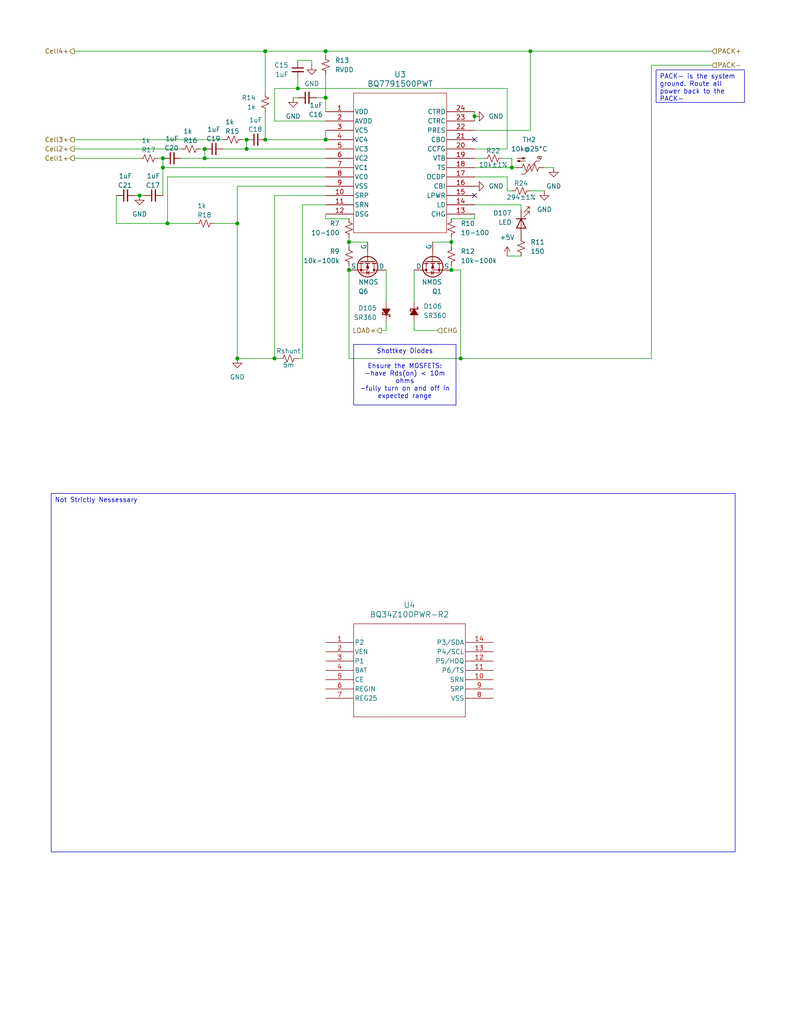
<source format=kicad_sch>
(kicad_sch (version 20231120) (generator "eeschema") (generator_version "8.0")
  (paper "USLetter" portrait)
  (title_block (rev "0"))
  (lib_symbols
    (symbol "BQ34Z100:BQ34Z100PWR-R2" (pin_names (offset 0.254))
      (property "Reference" "U" (at 22.86 10.16 0))
      (property "Value" "BQ34Z100PWR-R2" (at 22.86 7.62 0))
      (symbol "BQ34Z100PWR-R2_0_1"
        (polyline (pts (xy 7.62 -20.32) (xy 38.1 -20.32)) (stroke (width 0.127)))
        (polyline (pts (xy 7.62 5.08) (xy 7.62 -20.32)) (stroke (width 0.127)))
        (polyline (pts (xy 38.1 -20.32) (xy 38.1 5.08)) (stroke (width 0.127)))
        (polyline (pts (xy 38.1 5.08) (xy 7.62 5.08)) (stroke (width 0.127)))
        (pin output line (at 0 0 0) (length 7.62) (name "P2") (number "1"))
        (pin input line (at 45.72 -10.16 180) (length 7.62) (name "SRN") (number "10"))
        (pin input line (at 45.72 -7.62 180) (length 7.62) (name "P6/TS") (number "11"))
        (pin bidirectional line (at 45.72 -5.08 180) (length 7.62) (name "P5/HDQ") (number "12"))
        (pin input line (at 45.72 -2.54 180) (length 7.62) (name "P4/SCL") (number "13"))
        (pin bidirectional line (at 45.72 0 180) (length 7.62) (name "P3/SDA") (number "14"))
        (pin output line (at 0 -2.54 0) (length 7.62) (name "VEN") (number "2"))
        (pin output line (at 0 -5.08 0) (length 7.62) (name "P1") (number "3"))
        (pin input line (at 0 -7.62 0) (length 7.62) (name "BAT") (number "4"))
        (pin input line (at 0 -10.16 0) (length 7.62) (name "CE") (number "5"))
        (pin power_in line (at 0 -12.7 0) (length 7.62) (name "REGIN") (number "6"))
        (pin power_in line (at 0 -15.24 0) (length 7.62) (name "REG25") (number "7"))
        (pin power_in line (at 45.72 -15.24 180) (length 7.62) (name "VSS") (number "8"))
        (pin input line (at 45.72 -12.7 180) (length 7.62) (name "SRP") (number "9"))
      )
    )
    (symbol "BQ77915:BQ7791500PWT" (pin_names (offset 0.254))
      (property "Reference" "U" (at 20.32 10.16 0))
      (property "Value" "BQ7791500PWT" (at 20.32 7.62 0))
      (symbol "BQ7791500PWT_0_1"
        (polyline (pts (xy 7.62 -33.02) (xy 33.02 -33.02)) (stroke (width 0.127)))
        (polyline (pts (xy 7.62 5.08) (xy 7.62 -33.02)) (stroke (width 0.127)))
        (polyline (pts (xy 33.02 -33.02) (xy 33.02 5.08)) (stroke (width 0.127)))
        (polyline (pts (xy 33.02 5.08) (xy 7.62 5.08)) (stroke (width 0.127)))
        (pin power_in line (at 0 0 0) (length 7.62) (name "VDD") (number "1"))
        (pin input line (at 0 -22.86 0) (length 7.62) (name "SRP") (number "10"))
        (pin input line (at 0 -25.4 0) (length 7.62) (name "SRN") (number "11"))
        (pin output line (at 0 -27.94 0) (length 7.62) (name "DSG") (number "12"))
        (pin output line (at 40.64 -27.94 180) (length 7.62) (name "CHG") (number "13"))
        (pin input line (at 40.64 -25.4 180) (length 7.62) (name "LD") (number "14"))
        (pin output line (at 40.64 -22.86 180) (length 7.62) (name "LPWR") (number "15"))
        (pin input line (at 40.64 -20.32 180) (length 7.62) (name "CBI") (number "16"))
        (pin input line (at 40.64 -17.78 180) (length 7.62) (name "OCDP") (number "17"))
        (pin input line (at 40.64 -15.24 180) (length 7.62) (name "TS") (number "18"))
        (pin output line (at 40.64 -12.7 180) (length 7.62) (name "VTB") (number "19"))
        (pin power_in line (at 0 -2.54 0) (length 7.62) (name "AVDD") (number "2"))
        (pin input line (at 40.64 -10.16 180) (length 7.62) (name "CCFG") (number "20"))
        (pin output line (at 40.64 -7.62 180) (length 7.62) (name "CBO") (number "21"))
        (pin input line (at 40.64 -5.08 180) (length 7.62) (name "PRES") (number "22"))
        (pin input line (at 40.64 -2.54 180) (length 7.62) (name "CTRC") (number "23"))
        (pin input line (at 40.64 0 180) (length 7.62) (name "CTRD") (number "24"))
        (pin input line (at 0 -5.08 0) (length 7.62) (name "VC5") (number "3"))
        (pin input line (at 0 -7.62 0) (length 7.62) (name "VC4") (number "4"))
        (pin input line (at 0 -10.16 0) (length 7.62) (name "VC3") (number "5"))
        (pin input line (at 0 -12.7 0) (length 7.62) (name "VC2") (number "6"))
        (pin input line (at 0 -15.24 0) (length 7.62) (name "VC1") (number "7"))
        (pin input line (at 0 -17.78 0) (length 7.62) (name "VC0") (number "8"))
        (pin power_in line (at 0 -20.32 0) (length 7.62) (name "VSS") (number "9"))
      )
    )
    (symbol "Device:C_Small" (pin_numbers hide) (pin_names (offset 0.254) hide)
      (property "Reference" "C" (at 0.254 1.778 0))
      (property "Value" "C_Small" (at 0.254 -2.032 0))
      (symbol "C_Small_0_1"
        (polyline (pts (xy -1.524 -0.508) (xy 1.524 -0.508)) (stroke (width 0.3302)))
        (polyline (pts (xy -1.524 0.508) (xy 1.524 0.508)) (stroke (width 0.3048)))
      )
      (symbol "C_Small_1_1"
        (pin passive line (at 0 2.54 270) (length 2.032) (name "~") (number "1"))
        (pin passive line (at 0 -2.54 90) (length 2.032) (name "~") (number "2"))
      )
    )
    (symbol "Device:D_Schottky_Small_Filled" (pin_numbers hide) (pin_names (offset 0.254) hide)
      (property "Reference" "D" (at -1.27 2.032 0))
      (property "Value" "D_Schottky_Small_Filled" (at -7.112 -2.032 0))
      (symbol "D_Schottky_Small_Filled_0_1"
        (polyline (pts (xy -0.762 0) (xy 0.762 0)))
        (polyline (pts (xy 0.762 -1.016) (xy -0.762 0) (xy 0.762 1.016) (xy 0.762 -1.016)) (stroke (width 0.254)) (fill (type outline)))
        (polyline (pts (xy -1.27 0.762) (xy -1.27 1.016) (xy -0.762 1.016) (xy -0.762 -1.016) (xy -0.254 -1.016) (xy -0.254 -0.762)) (stroke (width 0.254)))
      )
      (symbol "D_Schottky_Small_Filled_1_1"
        (pin passive line (at -2.54 0 0) (length 1.778) (name "K") (number "1"))
        (pin passive line (at 2.54 0 180) (length 1.778) (name "A") (number "2"))
      )
    )
    (symbol "Device:LED" (pin_numbers hide) (pin_names (offset 1.016) hide)
      (property "Reference" "D" (at 0 2.54 0))
      (property "Value" "LED" (at 0 -2.54 0))
      (symbol "LED_0_1"
        (polyline (pts (xy -1.27 -1.27) (xy -1.27 1.27)) (stroke (width 0.254)))
        (polyline (pts (xy -1.27 0) (xy 1.27 0)))
        (polyline (pts (xy 1.27 -1.27) (xy 1.27 1.27) (xy -1.27 0) (xy 1.27 -1.27)) (stroke (width 0.254)))
        (polyline (pts (xy -3.048 -0.762) (xy -4.572 -2.286) (xy -3.81 -2.286) (xy -4.572 -2.286) (xy -4.572 -1.524)))
        (polyline (pts (xy -1.778 -0.762) (xy -3.302 -2.286) (xy -2.54 -2.286) (xy -3.302 -2.286) (xy -3.302 -1.524)))
      )
      (symbol "LED_1_1"
        (pin passive line (at -3.81 0 0) (length 2.54) (name "K") (number "1"))
        (pin passive line (at 3.81 0 180) (length 2.54) (name "A") (number "2"))
      )
    )
    (symbol "Device:R_Small_US" (pin_numbers hide) (pin_names (offset 0.254) hide)
      (property "Reference" "R" (at 0.762 0.508 0))
      (property "Value" "R_Small_US" (at 0.762 -1.016 0))
      (symbol "R_Small_US_1_1"
        (polyline (pts (xy 0 0) (xy 1.016 -0.381) (xy 0 -0.762) (xy -1.016 -1.143) (xy 0 -1.524)))
        (polyline (pts (xy 0 1.524) (xy 1.016 1.143) (xy 0 0.762) (xy -1.016 0.381) (xy 0 0)))
        (pin passive line (at 0 2.54 270) (length 1.016) (name "~") (number "1"))
        (pin passive line (at 0 -2.54 90) (length 1.016) (name "~") (number "2"))
      )
    )
    (symbol "Device:Thermistor_NTC_US" (pin_numbers hide) (pin_names (offset 0))
      (property "Reference" "TH" (at -4.445 0 90))
      (property "Value" "Thermistor_NTC_US" (at 3.175 0 90))
      (symbol "Thermistor_NTC_US_0_1"
        (arc (start -3.048 2.159) (mid -3.0495 2.3143) (end -3.175 2.413))
        (arc (start -3.048 2.159) (mid -2.9736 1.9794) (end -2.794 1.905))
        (arc (start -3.048 2.794) (mid -2.9736 2.6144) (end -2.794 2.54))
        (arc (start -2.794 1.905) (mid -2.6144 1.9794) (end -2.54 2.159))
        (arc (start -2.794 2.54) (mid -2.4393 2.5587) (end -2.159 2.794))
        (arc (start -2.794 3.048) (mid -2.9736 2.9736) (end -3.048 2.794))
        (arc (start -2.54 2.794) (mid -2.6144 2.9736) (end -2.794 3.048))
        (polyline (pts (xy -2.54 2.159) (xy -2.54 2.794)))
        (polyline (pts (xy 0 -2.286) (xy 0 -2.54)))
        (polyline (pts (xy 0 2.286) (xy 0 2.54)))
        (polyline (pts (xy -1.778 2.54) (xy -1.778 1.524) (xy 1.778 -1.524) (xy 1.778 -2.54)))
        (polyline (pts (xy 0 -0.762) (xy 1.016 -1.143) (xy 0 -1.524) (xy -1.016 -1.905) (xy 0 -2.286)))
        (polyline (pts (xy 0 0.762) (xy 1.016 0.381) (xy 0 0) (xy -1.016 -0.381) (xy 0 -0.762)))
        (polyline (pts (xy 0 2.286) (xy 1.016 1.905) (xy 0 1.524) (xy -1.016 1.143) (xy 0 0.762)))
        (polyline (pts (xy -2.54 -3.683) (xy -2.54 -1.397) (xy -2.794 -2.159) (xy -2.286 -2.159) (xy -2.54 -1.397) (xy -2.54 -1.651)) (fill (type outline)))
        (polyline (pts (xy -1.778 -1.397) (xy -1.778 -3.683) (xy -2.032 -2.921) (xy -1.524 -2.921) (xy -1.778 -3.683) (xy -1.778 -3.429)) (fill (type outline)))
      )
      (symbol "Thermistor_NTC_US_1_1"
        (pin passive line (at 0 3.81 270) (length 1.27) (name "~") (number "1"))
        (pin passive line (at 0 -3.81 90) (length 1.27) (name "~") (number "2"))
      )
    )
    (symbol "Simulation_SPICE:NMOS" (pin_numbers hide) (pin_names (offset 0))
      (property "Reference" "Q" (at 5.08 1.27 0))
      (property "Value" "NMOS" (at 5.08 -1.27 0))
      (symbol "NMOS_0_1"
        (polyline (pts (xy 0.254 0) (xy -2.54 0)))
        (polyline (pts (xy 0.254 1.905) (xy 0.254 -1.905)) (stroke (width 0.254)))
        (polyline (pts (xy 0.762 -1.27) (xy 0.762 -2.286)) (stroke (width 0.254)))
        (polyline (pts (xy 0.762 0.508) (xy 0.762 -0.508)) (stroke (width 0.254)))
        (polyline (pts (xy 0.762 2.286) (xy 0.762 1.27)) (stroke (width 0.254)))
        (polyline (pts (xy 2.54 2.54) (xy 2.54 1.778)))
        (polyline (pts (xy 2.54 -2.54) (xy 2.54 0) (xy 0.762 0)))
        (polyline (pts (xy 0.762 -1.778) (xy 3.302 -1.778) (xy 3.302 1.778) (xy 0.762 1.778)))
        (polyline (pts (xy 1.016 0) (xy 2.032 0.381) (xy 2.032 -0.381) (xy 1.016 0)) (fill (type outline)))
        (polyline (pts (xy 2.794 0.508) (xy 2.921 0.381) (xy 3.683 0.381) (xy 3.81 0.254)))
        (polyline (pts (xy 3.302 0.381) (xy 2.921 -0.254) (xy 3.683 -0.254) (xy 3.302 0.381)))
        (circle (center 1.651 0) (radius 2.794) (stroke (width 0.254)))
        (circle (center 2.54 -1.778) (radius 0.254) (fill (type outline)))
        (circle (center 2.54 1.778) (radius 0.254) (fill (type outline)))
      )
      (symbol "NMOS_1_1"
        (pin passive line (at 2.54 5.08 270) (length 2.54) (name "D") (number "1"))
        (pin input line (at -5.08 0 0) (length 2.54) (name "G") (number "2"))
        (pin passive line (at 2.54 -5.08 90) (length 2.54) (name "S") (number "3"))
      )
    )
    (symbol "power:+5V" (power) (pin_numbers hide) (pin_names (offset 0) hide)
      (property "Value" "+5V" (at 0 3.556 0))
      (symbol "+5V_0_1"
        (polyline (pts (xy -0.762 1.27) (xy 0 2.54)))
        (polyline (pts (xy 0 0) (xy 0 2.54)))
        (polyline (pts (xy 0 2.54) (xy 0.762 1.27)))
      )
      (symbol "+5V_1_1"
        (pin power_in line (at 0 0 90) (length 0) (name "~") (number "1"))
      )
    )
    (symbol "power:GND" (power) (pin_numbers hide) (pin_names (offset 0) hide)
      (property "Value" "GND" (at 0 -3.81 0))
      (symbol "GND_0_1"
        (polyline (pts (xy 0 0) (xy 0 -1.27) (xy 1.27 -1.27) (xy 0 -2.54) (xy -1.27 -1.27) (xy 0 -1.27)))
      )
      (symbol "GND_1_1"
        (pin power_in line (at 0 0 270) (length 0) (name "~") (number "1"))
      )
    )
  )
  (junction (at 45.72 60.96))
  (junction (at 38.1 53.34))
  (junction (at 44.45 45.72))
  (junction (at 64.77 97.79))
  (junction (at 139.7 45.72))
  (junction (at 55.88 40.64))
  (junction (at 129.54 31.75))
  (junction (at 144.78 13.97))
  (junction (at 72.39 13.97))
  (junction (at 123.19 66.04))
  (junction (at 81.28 24.13))
  (junction (at 67.31 38.1))
  (junction (at 95.25 66.04))
  (junction (at 88.9 26.67))
  (junction (at 88.9 38.1))
  (junction (at 123.19 73.66))
  (junction (at 74.93 97.79))
  (junction (at 95.25 73.66))
  (junction (at 55.88 43.18))
  (junction (at 64.77 60.96))
  (junction (at 72.39 38.1))
  (junction (at 67.31 40.64))
  (junction (at 88.9 13.97))
  (junction (at 125.73 97.79))
  (junction (at 44.45 43.18))
  (no_connect (at 129.54 53.34))
  (no_connect (at 129.54 38.1))
  (wire (pts (xy 20.32 40.64) (xy 49.53 40.64)))
  (wire (pts (xy 88.9 58.42) (xy 88.9 59.69)))
  (wire (pts (xy 74.93 97.79) (xy 76.2 97.79)))
  (wire (pts (xy 74.93 53.34) (xy 74.93 97.79)))
  (wire (pts (xy 138.43 40.64) (xy 138.43 24.13)))
  (wire (pts (xy 129.54 30.48) (xy 129.54 31.75)))
  (wire (pts (xy 72.39 13.97) (xy 88.9 13.97)))
  (wire (pts (xy 113.03 90.17) (xy 119.38 90.17)))
  (wire (pts (xy 88.9 38.1) (xy 88.9 35.56)))
  (wire (pts (xy 20.32 13.97) (xy 72.39 13.97)))
  (wire (pts (xy 139.7 45.72) (xy 129.54 45.72)))
  (wire (pts (xy 125.73 73.66) (xy 125.73 97.79)))
  (wire (pts (xy 105.41 90.17) (xy 105.41 87.63)))
  (wire (pts (xy 64.77 60.96) (xy 64.77 97.79)))
  (wire (pts (xy 95.25 66.04) (xy 95.25 67.31)))
  (wire (pts (xy 95.25 73.66) (xy 95.25 97.79)))
  (wire (pts (xy 45.72 60.96) (xy 53.34 60.96)))
  (wire (pts (xy 129.54 35.56) (xy 144.78 35.56)))
  (wire (pts (xy 38.1 53.34) (xy 39.37 53.34)))
  (wire (pts (xy 80.01 26.67) (xy 81.28 26.67)))
  (wire (pts (xy 67.31 38.1) (xy 67.31 40.64)))
  (wire (pts (xy 95.25 64.77) (xy 95.25 66.04)))
  (wire (pts (xy 86.36 26.67) (xy 88.9 26.67)))
  (wire (pts (xy 118.11 66.04) (xy 123.19 66.04)))
  (wire (pts (xy 177.8 17.78) (xy 177.8 97.79)))
  (wire (pts (xy 123.19 64.77) (xy 123.19 66.04)))
  (wire (pts (xy 64.77 50.8) (xy 88.9 50.8)))
  (wire (pts (xy 88.9 26.67) (xy 88.9 30.48)))
  (wire (pts (xy 132.08 43.18) (xy 129.54 43.18)))
  (wire (pts (xy 113.03 73.66) (xy 113.03 82.55)))
  (wire (pts (xy 123.19 67.31) (xy 123.19 66.04)))
  (wire (pts (xy 123.19 59.69) (xy 129.54 59.69)))
  (wire (pts (xy 105.41 90.17) (xy 104.14 90.17)))
  (wire (pts (xy 105.41 73.66) (xy 105.41 82.55)))
  (wire (pts (xy 74.93 24.13) (xy 74.93 33.02)))
  (wire (pts (xy 123.19 72.39) (xy 123.19 73.66)))
  (wire (pts (xy 95.25 72.39) (xy 95.25 73.66)))
  (wire (pts (xy 129.54 40.64) (xy 138.43 40.64)))
  (wire (pts (xy 72.39 13.97) (xy 72.39 25.4)))
  (wire (pts (xy 85.09 17.78) (xy 85.09 16.51)))
  (wire (pts (xy 88.9 13.97) (xy 144.78 13.97)))
  (wire (pts (xy 43.18 43.18) (xy 44.45 43.18)))
  (wire (pts (xy 72.39 38.1) (xy 88.9 38.1)))
  (wire (pts (xy 67.31 40.64) (xy 88.9 40.64)))
  (wire (pts (xy 138.43 69.85) (xy 142.24 69.85)))
  (wire (pts (xy 58.42 60.96) (xy 64.77 60.96)))
  (wire (pts (xy 55.88 40.64) (xy 55.88 43.18)))
  (wire (pts (xy 44.45 45.72) (xy 44.45 43.18)))
  (wire (pts (xy 81.28 21.59) (xy 81.28 24.13)))
  (wire (pts (xy 129.54 58.42) (xy 129.54 59.69)))
  (wire (pts (xy 88.9 59.69) (xy 95.25 59.69)))
  (wire (pts (xy 45.72 60.96) (xy 31.75 60.96)))
  (wire (pts (xy 64.77 50.8) (xy 64.77 60.96)))
  (wire (pts (xy 144.78 13.97) (xy 194.31 13.97)))
  (wire (pts (xy 38.1 43.18) (xy 20.32 43.18)))
  (wire (pts (xy 144.78 52.07) (xy 148.59 52.07)))
  (wire (pts (xy 88.9 45.72) (xy 44.45 45.72)))
  (wire (pts (xy 125.73 97.79) (xy 177.8 97.79)))
  (wire (pts (xy 31.75 60.96) (xy 31.75 53.34)))
  (wire (pts (xy 82.55 97.79) (xy 81.28 97.79)))
  (wire (pts (xy 54.61 40.64) (xy 55.88 40.64)))
  (wire (pts (xy 45.72 48.26) (xy 45.72 60.96)))
  (wire (pts (xy 142.24 55.88) (xy 129.54 55.88)))
  (wire (pts (xy 148.59 45.72) (xy 151.13 45.72)))
  (wire (pts (xy 95.25 97.79) (xy 125.73 97.79)))
  (wire (pts (xy 95.25 66.04) (xy 100.33 66.04)))
  (wire (pts (xy 137.16 43.18) (xy 139.7 43.18)))
  (wire (pts (xy 138.43 48.26) (xy 129.54 48.26)))
  (wire (pts (xy 88.9 20.32) (xy 88.9 26.67)))
  (wire (pts (xy 74.93 97.79) (xy 64.77 97.79)))
  (wire (pts (xy 140.97 45.72) (xy 139.7 45.72)))
  (wire (pts (xy 85.09 16.51) (xy 81.28 16.51)))
  (wire (pts (xy 36.83 53.34) (xy 38.1 53.34)))
  (wire (pts (xy 142.24 57.15) (xy 142.24 55.88)))
  (wire (pts (xy 81.28 24.13) (xy 138.43 24.13)))
  (wire (pts (xy 20.32 38.1) (xy 60.96 38.1)))
  (wire (pts (xy 88.9 13.97) (xy 88.9 15.24)))
  (wire (pts (xy 144.78 35.56) (xy 144.78 13.97)))
  (wire (pts (xy 49.53 43.18) (xy 55.88 43.18)))
  (wire (pts (xy 60.96 40.64) (xy 67.31 40.64)))
  (wire (pts (xy 66.04 38.1) (xy 67.31 38.1)))
  (wire (pts (xy 138.43 52.07) (xy 138.43 48.26)))
  (wire (pts (xy 139.7 43.18) (xy 139.7 45.72)))
  (wire (pts (xy 82.55 55.88) (xy 88.9 55.88)))
  (wire (pts (xy 55.88 43.18) (xy 88.9 43.18)))
  (wire (pts (xy 81.28 24.13) (xy 74.93 24.13)))
  (wire (pts (xy 88.9 48.26) (xy 45.72 48.26)))
  (wire (pts (xy 139.7 52.07) (xy 138.43 52.07)))
  (wire (pts (xy 129.54 31.75) (xy 129.54 33.02)))
  (wire (pts (xy 177.8 17.78) (xy 194.31 17.78)))
  (wire (pts (xy 123.19 73.66) (xy 125.73 73.66)))
  (wire (pts (xy 82.55 55.88) (xy 82.55 97.79)))
  (wire (pts (xy 113.03 90.17) (xy 113.03 87.63)))
  (wire (pts (xy 72.39 38.1) (xy 72.39 30.48)))
  (wire (pts (xy 44.45 45.72) (xy 44.45 53.34)))
  (wire (pts (xy 74.93 33.02) (xy 88.9 33.02)))
  (wire (pts (xy 74.93 53.34) (xy 88.9 53.34)))
  (text_box "Not Strictly Nessessary" (at 13.97 134.62 0) (size 186.69 97.79) (effects (font (size 1.27 1.27)) (justify left top)))
  (text_box "Shottkey Diodes\n\nEnsure the MOSFETS:\n-have Rds(on) < 10m ohms\n-fully turn on and off in expected range\n" (at 96.52 93.98 0) (size 27.94 16.51) (effects (font (size 1.27 1.27)) (justify top)))
  (text_box "PACK- is the system ground. Route all power back to the PACK-" (at 179.07 19.05 0) (size 24.13 8.89) (effects (font (size 1.27 1.27)) (justify left top)))
  (hierarchical_label "PACK+" (shape input) (at 194.31 13.97 0))
  (hierarchical_label "PACK-" (shape input) (at 194.31 17.78 0))
  (hierarchical_label "Cell3+" (shape output) (at 20.32 38.1 180))
  (hierarchical_label "Cell4+" (shape output) (at 20.32 13.97 180))
  (hierarchical_label "CHG" (shape input) (at 119.38 90.17 0))
  (hierarchical_label "Cell2+" (shape output) (at 20.32 40.64 180))
  (hierarchical_label "LOAD+" (shape output) (at 104.14 90.17 180))
  (hierarchical_label "Cell1+" (shape output) (at 20.32 43.18 180))
  (symbol (lib_id "Simulation_SPICE:NMOS") (at 118.11 71.12 90) (mirror x) (unit 1)
    (property "Reference" "Q1" (at 120.65 79.502 90) (effects (justify left)))
    (property "Value" "NMOS" (at 120.65 76.962 90) (effects (justify left)))
    (property "Datasheet" "https://ngspice.sourceforge.io/docs/ngspice-html-manual/manual.xhtml#cha_MOSFETs" (effects (hide yes)))
    (property "Description" "N-MOSFET transistor, drain/source/gate" (effects (hide yes)))
    (property "Sim.Device" "NMOS" (effects (hide yes)))
    (property "Sim.Type" "VDMOS" (effects (hide yes)))
    (property "Sim.Pins" "1=D 2=G 3=S" (effects (hide yes)))
  )
  (symbol (lib_id "Device:R_Small_US") (at 134.62 43.18 90) (unit 1)
    (property "Reference" "R22" (at 134.62 41.148 90))
    (property "Value" "10k±1%" (at 134.62 44.958 90))
    (property "Description" "Resistor, small US symbol" (effects (hide yes)))
  )
  (symbol (lib_id "Device:R_Small_US") (at 55.88 60.96 90) (unit 1)
    (property "Reference" "R18" (at 53.848 58.674 90) (effects (justify right)))
    (property "Value" "1k" (at 53.848 56.134 90) (effects (justify right)))
    (property "Description" "Resistor, small US symbol" (effects (hide yes)))
  )
  (symbol (lib_id "Device:R_Small_US") (at 52.07 40.64 90) (unit 1)
    (property "Reference" "R16" (at 50.038 38.354 90) (effects (justify right)))
    (property "Value" "1k" (at 50.038 35.814 90) (effects (justify right)))
    (property "Description" "Resistor, small US symbol" (effects (hide yes)))
  )
  (symbol (lib_id "power:GND") (at 38.1 53.34 0) (unit 1)
    (property "Reference" "#PWR029" (effects (hide yes)))
    (property "Value" "GND" (at 38.1 58.42 0))
    (property "Description" "Power symbol creates a global label with name \"GND\" , ground" (effects (hide yes)))
  )
  (symbol (lib_id "Device:D_Schottky_Small_Filled") (at 113.03 85.09 270) (unit 1)
    (property "Reference" "D106" (at 115.57 83.5659 90) (effects (justify left)))
    (property "Value" "SR360" (at 115.57 86.1059 90) (effects (justify left)))
    (property "Description" "Schottky diode, small symbol, filled shape" (effects (hide yes)))
  )
  (symbol (lib_id "power:GND") (at 129.54 31.75 90) (unit 1)
    (property "Reference" "#PWR023" (effects (hide yes)))
    (property "Value" "GND" (at 133.35 31.7499 90) (effects (justify right)))
    (property "Description" "Power symbol creates a global label with name \"GND\" , ground" (effects (hide yes)))
  )
  (symbol (lib_id "Device:R_Small_US") (at 95.25 69.85 0) (unit 1)
    (property "Reference" "R9" (at 92.71 68.5799 0) (effects (justify right)))
    (property "Value" "10k-100k" (at 92.71 71.1199 0) (effects (justify right)))
    (property "Description" "Resistor, small US symbol" (effects (hide yes)))
  )
  (symbol (lib_id "Device:C_Small") (at 41.91 53.34 90) (mirror x) (unit 1)
    (property "Reference" "C17" (at 43.688 50.546 90) (effects (justify left)))
    (property "Value" "1uF" (at 43.688 48.006 90) (effects (justify left)))
    (property "Description" "Unpolarized capacitor, small symbol" (effects (hide yes)))
  )
  (symbol (lib_id "Device:R_Small_US") (at 123.19 69.85 0) (mirror y) (unit 1)
    (property "Reference" "R12" (at 125.73 68.5799 0) (effects (justify right)))
    (property "Value" "10k-100k" (at 125.73 71.1199 0) (effects (justify right)))
    (property "Description" "Resistor, small US symbol" (effects (hide yes)))
  )
  (symbol (lib_id "power:GND") (at 64.77 97.79 0) (unit 1)
    (property "Reference" "#PWR030" (effects (hide yes)))
    (property "Value" "GND" (at 64.77 102.87 0))
    (property "Description" "Power symbol creates a global label with name \"GND\" , ground" (effects (hide yes)))
  )
  (symbol (lib_id "Device:R_Small_US") (at 78.74 97.79 90) (unit 1)
    (property "Reference" "Rshunt" (at 78.74 95.758 90))
    (property "Value" "5m" (at 78.74 99.568 90))
    (property "Description" "Resistor, small US symbol" (effects (hide yes)))
    (property "Rating" "2W" (effects (hide yes)))
  )
  (symbol (lib_id "Device:R_Small_US") (at 95.25 62.23 0) (unit 1)
    (property "Reference" "R7" (at 92.71 60.9599 0) (effects (justify right)))
    (property "Value" "10-100" (at 92.71 63.4999 0) (effects (justify right)))
    (property "Description" "Resistor, small US symbol" (effects (hide yes)))
  )
  (symbol (lib_id "power:GND") (at 80.01 26.67 0) (unit 1)
    (property "Reference" "#PWR028" (effects (hide yes)))
    (property "Value" "GND" (at 80.01 31.75 0))
    (property "Description" "Power symbol creates a global label with name \"GND\" , ground" (effects (hide yes)))
  )
  (symbol (lib_id "Device:C_Small") (at 58.42 40.64 90) (mirror x) (unit 1)
    (property "Reference" "C19" (at 60.198 37.846 90) (effects (justify left)))
    (property "Value" "1uF" (at 60.198 35.306 90) (effects (justify left)))
    (property "Description" "Unpolarized capacitor, small symbol" (effects (hide yes)))
  )
  (symbol (lib_id "Device:R_Small_US") (at 63.5 38.1 90) (unit 1)
    (property "Reference" "R15" (at 61.468 35.814 90) (effects (justify right)))
    (property "Value" "1k" (at 61.468 33.274 90) (effects (justify right)))
    (property "Description" "Resistor, small US symbol" (effects (hide yes)))
  )
  (symbol (lib_id "Device:R_Small_US") (at 88.9 17.78 0) (unit 1)
    (property "Reference" "R13" (at 91.44 16.5099 0) (effects (justify left)))
    (property "Value" "RVDD" (at 91.44 19.0499 0) (effects (justify left)))
    (property "Description" "Resistor, small US symbol" (effects (hide yes)))
  )
  (symbol (lib_id "power:GND") (at 129.54 50.8 90) (unit 1)
    (property "Reference" "#PWR026" (effects (hide yes)))
    (property "Value" "GND" (at 133.35 50.7999 90) (effects (justify right)))
    (property "Description" "Power symbol creates a global label with name \"GND\" , ground" (effects (hide yes)))
  )
  (symbol (lib_id "Device:Thermistor_NTC_US") (at 144.78 45.72 270) (unit 1)
    (property "Reference" "TH2" (at 144.4625 38.1 90))
    (property "Value" "10k@25°C" (at 144.4625 40.64 90))
    (property "Description" "Temperature dependent resistor, negative temperature coefficient, US symbol 103AT" (effects (hide yes)))
  )
  (symbol (lib_id "Device:R_Small_US") (at 123.19 62.23 0) (mirror y) (unit 1)
    (property "Reference" "R10" (at 125.73 60.9599 0) (effects (justify right)))
    (property "Value" "10-100" (at 125.73 63.4999 0) (effects (justify right)))
    (property "Description" "Resistor, small US symbol" (effects (hide yes)))
  )
  (symbol (lib_id "BQ34Z100:BQ34Z100PWR-R2") (at 88.9 175.26 0) (unit 1)
    (property "Reference" "U4" (at 111.76 165.1 0) (effects (font (size 1.524 1.524))))
    (property "Value" "BQ34Z100PWR-R2" (at 111.76 167.64 0) (effects (font (size 1.524 1.524))))
    (property "Footprint" "PW14_TEX" (effects (hide yes)))
    (property "Datasheet" "BQ34Z100PWR-R2" (effects (hide yes)))
  )
  (symbol (lib_id "power:+5V") (at 138.43 69.85 0) (unit 1)
    (property "Reference" "#PWR025" (effects (hide yes)))
    (property "Value" "+5V" (at 138.43 64.77 0))
    (property "Description" "Power symbol creates a global label with name \"+5V\"" (effects (hide yes)))
  )
  (symbol (lib_id "Device:R_Small_US") (at 40.64 43.18 90) (unit 1)
    (property "Reference" "R17" (at 38.608 40.894 90) (effects (justify right)))
    (property "Value" "1k" (at 38.608 38.354 90) (effects (justify right)))
    (property "Description" "Resistor, small US symbol" (effects (hide yes)))
  )
  (symbol (lib_id "Simulation_SPICE:NMOS") (at 100.33 71.12 270) (unit 1)
    (property "Reference" "Q6" (at 97.79 79.502 90) (effects (justify left)))
    (property "Value" "NMOS" (at 97.79 76.962 90) (effects (justify left)))
    (property "Datasheet" "https://ngspice.sourceforge.io/docs/ngspice-html-manual/manual.xhtml#cha_MOSFETs" (effects (hide yes)))
    (property "Description" "N-MOSFET transistor, drain/source/gate" (effects (hide yes)))
    (property "Sim.Device" "NMOS" (effects (hide yes)))
    (property "Sim.Type" "VDMOS" (effects (hide yes)))
    (property "Sim.Pins" "1=D 2=G 3=S" (effects (hide yes)))
  )
  (symbol (lib_id "Device:C_Small") (at 83.82 26.67 90) (unit 1)
    (property "Reference" "C16" (at 88.138 31.242 90) (effects (justify left)))
    (property "Value" "1uF" (at 88.138 28.702 90) (effects (justify left)))
    (property "Description" "Unpolarized capacitor, small symbol" (effects (hide yes)))
  )
  (symbol (lib_id "Device:C_Small") (at 46.99 43.18 90) (mirror x) (unit 1)
    (property "Reference" "C20" (at 48.768 40.386 90) (effects (justify left)))
    (property "Value" "1uF" (at 48.768 37.846 90) (effects (justify left)))
    (property "Description" "Unpolarized capacitor, small symbol" (effects (hide yes)))
  )
  (symbol (lib_id "Device:C_Small") (at 69.85 38.1 90) (mirror x) (unit 1)
    (property "Reference" "C18" (at 71.628 35.306 90) (effects (justify left)))
    (property "Value" "1uF" (at 71.628 32.766 90) (effects (justify left)))
    (property "Description" "Unpolarized capacitor, small symbol" (effects (hide yes)))
  )
  (symbol (lib_id "Device:C_Small") (at 34.29 53.34 90) (mirror x) (unit 1)
    (property "Reference" "C21" (at 36.068 50.546 90) (effects (justify left)))
    (property "Value" "1uF" (at 36.068 48.006 90) (effects (justify left)))
    (property "Description" "Unpolarized capacitor, small symbol" (effects (hide yes)))
  )
  (symbol (lib_id "power:GND") (at 85.09 17.78 0) (unit 1)
    (property "Reference" "#PWR022" (effects (hide yes)))
    (property "Value" "GND" (at 85.09 22.86 0))
    (property "Description" "Power symbol creates a global label with name \"GND\" , ground" (effects (hide yes)))
  )
  (symbol (lib_id "power:GND") (at 148.59 52.07 0) (unit 1)
    (property "Reference" "#PWR024" (effects (hide yes)))
    (property "Value" "GND" (at 148.59 57.15 0))
    (property "Description" "Power symbol creates a global label with name \"GND\" , ground" (effects (hide yes)))
  )
  (symbol (lib_id "Device:R_Small_US") (at 142.24 67.31 0) (unit 1)
    (property "Reference" "R11" (at 144.78 66.0399 0) (effects (justify left)))
    (property "Value" "150" (at 144.78 68.5799 0) (effects (justify left)))
    (property "Description" "Resistor, small US symbol" (effects (hide yes)))
  )
  (symbol (lib_id "Device:D_Schottky_Small_Filled") (at 105.41 85.09 270) (mirror x) (unit 1)
    (property "Reference" "D105" (at 102.87 84.0739 90) (effects (justify right)))
    (property "Value" "SR360" (at 102.87 86.6139 90) (effects (justify right)))
    (property "Description" "Schottky diode, small symbol, filled shape" (effects (hide yes)))
  )
  (symbol (lib_id "Device:R_Small_US") (at 142.24 52.07 90) (unit 1)
    (property "Reference" "R24" (at 142.24 50.038 90))
    (property "Value" "294±1%" (at 142.24 53.848 90))
    (property "Description" "Resistor, small US symbol" (effects (hide yes)))
  )
  (symbol (lib_id "Device:LED") (at 142.24 60.96 90) (mirror x) (unit 1)
    (property "Reference" "D107" (at 139.7 58.1024 90) (effects (justify left)))
    (property "Value" "LED" (at 139.7 60.6424 90) (effects (justify left)))
    (property "Description" "Light emitting diode (CONSIDER MAKING LOW POWER)" (effects (hide yes)))
  )
  (symbol (lib_id "Device:C_Small") (at 81.28 19.05 0) (mirror y) (unit 1)
    (property "Reference" "C15" (at 78.74 17.7862 0) (effects (justify left)))
    (property "Value" "1uF" (at 78.74 20.3262 0) (effects (justify left)))
    (property "Description" "Unpolarized capacitor, small symbol" (effects (hide yes)))
  )
  (symbol (lib_id "Device:R_Small_US") (at 72.39 27.94 0) (unit 1)
    (property "Reference" "R14" (at 69.85 26.6699 0) (effects (justify right)))
    (property "Value" "1k" (at 69.85 29.2099 0) (effects (justify right)))
    (property "Description" "Resistor, small US symbol" (effects (hide yes)))
  )
  (symbol (lib_id "BQ77915:BQ7791500PWT") (at 88.9 30.48 0) (unit 1)
    (property "Reference" "U3" (at 109.22 20.32 0) (effects (font (size 1.524 1.524))))
    (property "Value" "BQ7791500PWT" (at 109.22 22.86 0) (effects (font (size 1.524 1.524))))
    (property "Footprint" "PW24_TEX" (effects (hide yes)))
    (property "Datasheet" "BQ7791500PWT" (effects (hide yes)))
  )
  (symbol (lib_id "power:GND") (at 151.13 45.72 0) (unit 1)
    (property "Reference" "#PWR027" (effects (hide yes)))
    (property "Value" "GND" (at 151.13 50.8 0))
    (property "Description" "Power symbol creates a global label with name \"GND\" , ground" (effects (hide yes)))
  )
)
</source>
